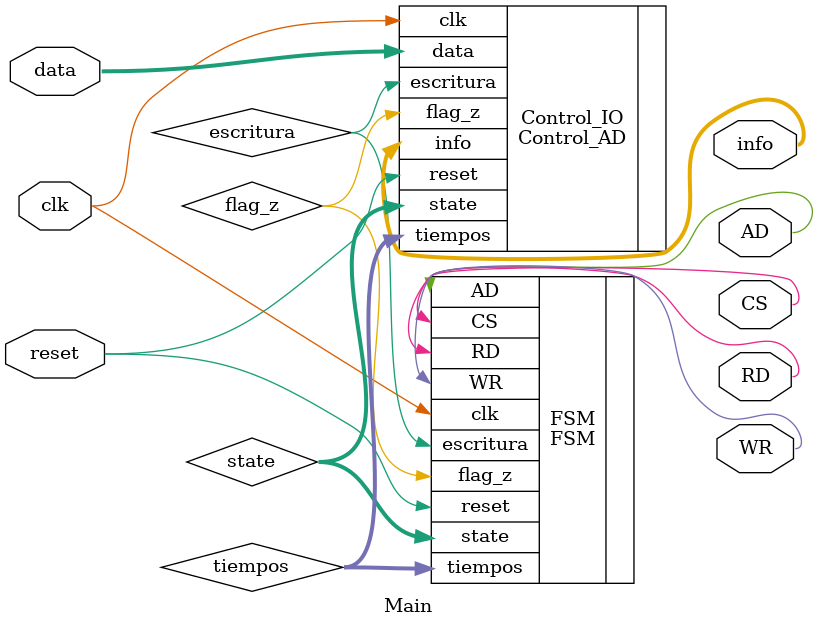
<source format=v>
`timescale 1ns / 1ps

module Main(
	output CS,
	output RD,
	output WR,
	output AD,
	inout [7:0] data,
	input wire clk,
	input wire reset,
	output wire [47:0] info
);

wire escritura;
wire flag_z;
wire [2:0] state;
wire [4:0] tiempos;

Control_AD Control_IO(
    .state(state),
    .flag_z(flag_z),
    .clk(clk),
    .reset(reset),
    .data(data),
    .escritura(escritura),
	 .info(info),
	 .tiempos(tiempos)
    );

FSM FSM (
    .CS(CS), 
    .RD(RD), 
    .WR(WR), 
    .AD(AD),
    .state(state), 
    .flag_z(flag_z), 
    .reset(reset), 
    .clk(clk), 
    .escritura(escritura),
	 .tiempos(tiempos)
    );

endmodule
</source>
